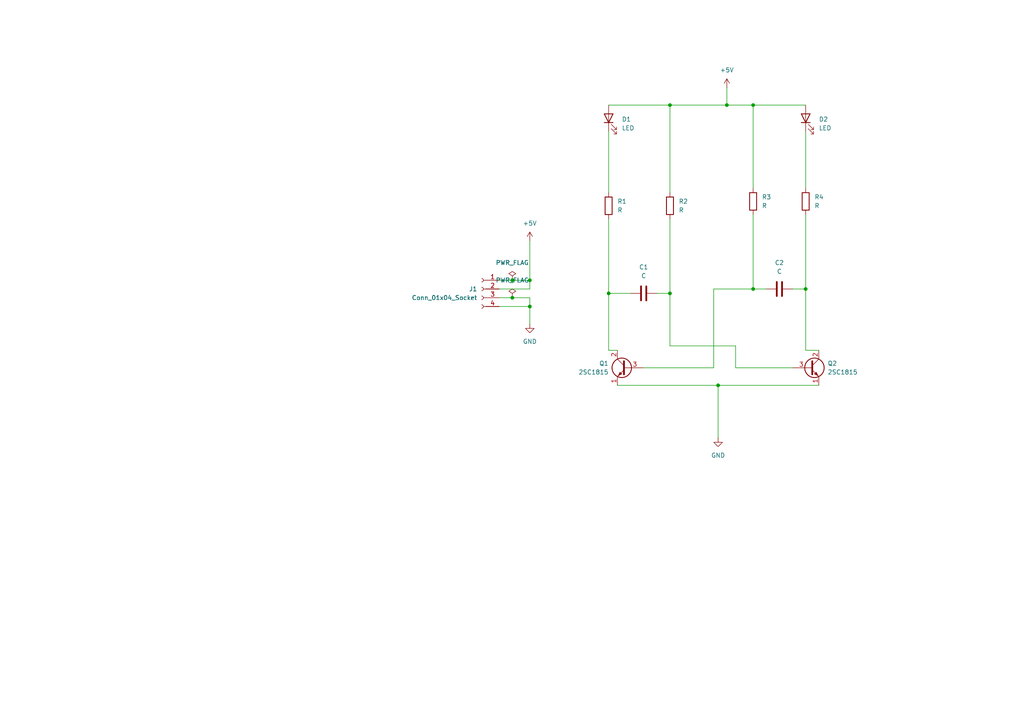
<source format=kicad_sch>
(kicad_sch (version 20231120) (generator "eeschema") (generator_version "8.0")
  (paper "A4")
  (lib_symbols
    (symbol "Connector:Conn_01x04_Socket" (pin_names (offset 1.016) hide)
      (property "Reference" "J" (at 0 5.08 0))
      (property "Value" "Conn_01x04_Socket" (at 0 -7.62 0))
      (symbol "Conn_01x04_Socket_1_1"
        (arc (start 0 -4.572) (mid -0.5058 -5.08) (end 0 -5.588) (stroke (width 0.1524)))
        (arc (start 0 -2.032) (mid -0.5058 -2.54) (end 0 -3.048) (stroke (width 0.1524)))
        (polyline (pts (xy -1.27 -5.08) (xy -0.508 -5.08)) (stroke (width 0.1524)))
        (polyline (pts (xy -1.27 -2.54) (xy -0.508 -2.54)) (stroke (width 0.1524)))
        (polyline (pts (xy -1.27 0) (xy -0.508 0)) (stroke (width 0.1524)))
        (polyline (pts (xy -1.27 2.54) (xy -0.508 2.54)) (stroke (width 0.1524)))
        (arc (start 0 0.508) (mid -0.5058 0) (end 0 -0.508) (stroke (width 0.1524)))
        (arc (start 0 3.048) (mid -0.5058 2.54) (end 0 2.032) (stroke (width 0.1524)))
        (pin passive line (at -5.08 2.54 0) (length 3.81) (name "Pin_1") (number "1"))
        (pin passive line (at -5.08 0 0) (length 3.81) (name "Pin_2") (number "2"))
        (pin passive line (at -5.08 -2.54 0) (length 3.81) (name "Pin_3") (number "3"))
        (pin passive line (at -5.08 -5.08 0) (length 3.81) (name "Pin_4") (number "4"))
      )
    )
    (symbol "Device:C" (pin_numbers hide) (pin_names (offset 0.254))
      (property "Reference" "C" (at 0.635 2.54 0))
      (property "Value" "C" (at 0.635 -2.54 0))
      (symbol "C_0_1"
        (polyline (pts (xy -2.032 -0.762) (xy 2.032 -0.762)) (stroke (width 0.508)))
        (polyline (pts (xy -2.032 0.762) (xy 2.032 0.762)) (stroke (width 0.508)))
      )
      (symbol "C_1_1"
        (pin passive line (at 0 3.81 270) (length 2.794) (name "~") (number "1"))
        (pin passive line (at 0 -3.81 90) (length 2.794) (name "~") (number "2"))
      )
    )
    (symbol "Device:LED" (pin_numbers hide) (pin_names (offset 1.016) hide)
      (property "Reference" "D" (at 0 2.54 0))
      (property "Value" "LED" (at 0 -2.54 0))
      (symbol "LED_0_1"
        (polyline (pts (xy -1.27 -1.27) (xy -1.27 1.27)) (stroke (width 0.254)))
        (polyline (pts (xy -1.27 0) (xy 1.27 0)))
        (polyline (pts (xy 1.27 -1.27) (xy 1.27 1.27) (xy -1.27 0) (xy 1.27 -1.27)) (stroke (width 0.254)))
        (polyline (pts (xy -3.048 -0.762) (xy -4.572 -2.286) (xy -3.81 -2.286) (xy -4.572 -2.286) (xy -4.572 -1.524)))
        (polyline (pts (xy -1.778 -0.762) (xy -3.302 -2.286) (xy -2.54 -2.286) (xy -3.302 -2.286) (xy -3.302 -1.524)))
      )
      (symbol "LED_1_1"
        (pin passive line (at -3.81 0 0) (length 2.54) (name "K") (number "1"))
        (pin passive line (at 3.81 0 180) (length 2.54) (name "A") (number "2"))
      )
    )
    (symbol "Device:R" (pin_numbers hide) (pin_names (offset 0))
      (property "Reference" "R" (at 2.032 0 90))
      (property "Value" "R" (at 0 0 90))
      (symbol "R_0_1"
        (rectangle (start -1.016 -2.54) (end 1.016 2.54) (stroke (width 0.254)))
      )
      (symbol "R_1_1"
        (pin passive line (at 0 3.81 270) (length 1.27) (name "~") (number "1"))
        (pin passive line (at 0 -3.81 90) (length 1.27) (name "~") (number "2"))
      )
    )
    (symbol "Transistor_BJT:2SC1815" (pin_names (offset 0) hide)
      (property "Reference" "Q" (at 5.08 1.905 0))
      (property "Value" "2SC1815" (at 5.08 0 0))
      (symbol "2SC1815_0_1"
        (polyline (pts (xy 0 0) (xy 0.508 0)))
        (polyline (pts (xy 0.635 0.635) (xy 2.54 2.54)))
        (polyline (pts (xy 0.635 -0.635) (xy 2.54 -2.54) (xy 2.54 -2.54)))
        (polyline (pts (xy 0.635 1.905) (xy 0.635 -1.905) (xy 0.635 -1.905)) (stroke (width 0.508)))
        (polyline (pts (xy 1.27 -1.778) (xy 1.778 -1.27) (xy 2.286 -2.286) (xy 1.27 -1.778) (xy 1.27 -1.778)) (fill (type outline)))
        (circle (center 1.27 0) (radius 2.8194) (stroke (width 0.254)))
      )
      (symbol "2SC1815_1_1"
        (pin passive line (at 2.54 -5.08 90) (length 2.54) (name "E") (number "1"))
        (pin passive line (at 2.54 5.08 270) (length 2.54) (name "C") (number "2"))
        (pin input line (at -5.08 0 0) (length 5.08) (name "B") (number "3"))
      )
    )
    (symbol "power:+5V" (power) (pin_numbers hide) (pin_names (offset 0) hide)
      (property "Value" "+5V" (at 0 3.556 0))
      (symbol "+5V_0_1"
        (polyline (pts (xy -0.762 1.27) (xy 0 2.54)))
        (polyline (pts (xy 0 0) (xy 0 2.54)))
        (polyline (pts (xy 0 2.54) (xy 0.762 1.27)))
      )
      (symbol "+5V_1_1"
        (pin power_in line (at 0 0 90) (length 0) (name "~") (number "1"))
      )
    )
    (symbol "power:GND" (power) (pin_numbers hide) (pin_names (offset 0) hide)
      (property "Value" "GND" (at 0 -3.81 0))
      (symbol "GND_0_1"
        (polyline (pts (xy 0 0) (xy 0 -1.27) (xy 1.27 -1.27) (xy 0 -2.54) (xy -1.27 -1.27) (xy 0 -1.27)))
      )
      (symbol "GND_1_1"
        (pin power_in line (at 0 0 270) (length 0) (name "~") (number "1"))
      )
    )
    (symbol "power:PWR_FLAG" (power) (pin_numbers hide) (pin_names (offset 0) hide)
      (property "Value" "PWR_FLAG" (at 0 3.81 0))
      (symbol "PWR_FLAG_0_0"
        (pin power_out line (at 0 0 90) (length 0) (name "~") (number "1"))
      )
      (symbol "PWR_FLAG_0_1"
        (polyline (pts (xy 0 0) (xy 0 1.27) (xy -1.016 1.905) (xy 0 2.54) (xy 1.016 1.905) (xy 0 1.27)))
      )
    )
  )
  (junction (at 218.44 30.48))
  (junction (at 208.28 111.76))
  (junction (at 148.59 86.36))
  (junction (at 194.31 30.48))
  (junction (at 148.59 81.28))
  (junction (at 210.82 30.48))
  (junction (at 233.68 83.82))
  (junction (at 218.44 83.82))
  (junction (at 153.67 88.9))
  (junction (at 194.31 85.09))
  (junction (at 176.53 85.09))
  (junction (at 153.67 81.28))
  (wire (pts (xy 176.53 30.48) (xy 194.31 30.48)))
  (wire (pts (xy 233.68 83.82) (xy 233.68 101.6)))
  (wire (pts (xy 153.67 88.9) (xy 153.67 93.98)))
  (wire (pts (xy 153.67 81.28) (xy 153.67 69.85)))
  (wire (pts (xy 190.5 85.09) (xy 194.31 85.09)))
  (wire (pts (xy 218.44 30.48) (xy 233.68 30.48)))
  (wire (pts (xy 233.68 38.1) (xy 233.68 54.61)))
  (wire (pts (xy 233.68 62.23) (xy 233.68 83.82)))
  (wire (pts (xy 176.53 85.09) (xy 182.88 85.09)))
  (wire (pts (xy 176.53 101.6) (xy 179.07 101.6)))
  (wire (pts (xy 229.87 83.82) (xy 233.68 83.82)))
  (wire (pts (xy 218.44 30.48) (xy 218.44 54.61)))
  (wire (pts (xy 218.44 83.82) (xy 222.25 83.82)))
  (wire (pts (xy 176.53 63.5) (xy 176.53 85.09)))
  (wire (pts (xy 179.07 111.76) (xy 208.28 111.76)))
  (wire (pts (xy 210.82 25.4) (xy 210.82 30.48)))
  (wire (pts (xy 194.31 100.33) (xy 213.36 100.33)))
  (wire (pts (xy 218.44 62.23) (xy 218.44 83.82)))
  (wire (pts (xy 213.36 100.33) (xy 213.36 106.68)))
  (wire (pts (xy 176.53 85.09) (xy 176.53 101.6)))
  (wire (pts (xy 144.78 81.28) (xy 148.59 81.28)))
  (wire (pts (xy 144.78 83.82) (xy 153.67 83.82)))
  (wire (pts (xy 194.31 30.48) (xy 210.82 30.48)))
  (wire (pts (xy 176.53 38.1) (xy 176.53 55.88)))
  (wire (pts (xy 186.69 106.68) (xy 207.01 106.68)))
  (wire (pts (xy 194.31 63.5) (xy 194.31 85.09)))
  (wire (pts (xy 213.36 106.68) (xy 229.87 106.68)))
  (wire (pts (xy 194.31 30.48) (xy 194.31 55.88)))
  (wire (pts (xy 144.78 86.36) (xy 148.59 86.36)))
  (wire (pts (xy 207.01 106.68) (xy 207.01 83.82)))
  (wire (pts (xy 144.78 88.9) (xy 153.67 88.9)))
  (wire (pts (xy 153.67 86.36) (xy 153.67 88.9)))
  (wire (pts (xy 207.01 83.82) (xy 218.44 83.82)))
  (wire (pts (xy 148.59 86.36) (xy 153.67 86.36)))
  (wire (pts (xy 148.59 81.28) (xy 153.67 81.28)))
  (wire (pts (xy 208.28 111.76) (xy 237.49 111.76)))
  (wire (pts (xy 210.82 30.48) (xy 218.44 30.48)))
  (wire (pts (xy 194.31 85.09) (xy 194.31 100.33)))
  (wire (pts (xy 208.28 127) (xy 208.28 111.76)))
  (wire (pts (xy 233.68 101.6) (xy 237.49 101.6)))
  (wire (pts (xy 153.67 83.82) (xy 153.67 81.28)))
  (symbol (lib_id "power:GND") (at 208.28 127 0) (unit 1)
    (property "Reference" "#PWR02" (effects (hide yes)))
    (property "Value" "GND" (at 208.28 132.08 0))
    (property "Description" "Power symbol creates a global label with name \"GND\" , ground" (effects (hide yes)))
  )
  (symbol (lib_id "power:+5V") (at 153.67 69.85 0) (unit 1)
    (property "Reference" "#PWR03" (effects (hide yes)))
    (property "Value" "+5V" (at 153.67 64.77 0))
    (property "Description" "Power symbol creates a global label with name \"+5V\"" (effects (hide yes)))
  )
  (symbol (lib_id "Transistor_BJT:2SC1815") (at 181.61 106.68 0) (mirror y) (unit 1)
    (property "Reference" "Q1" (at 176.53 105.4099 0) (effects (justify left)))
    (property "Value" "2SC1815" (at 176.53 107.9499 0) (effects (justify left)))
    (property "Footprint" "Package_TO_SOT_THT:TO-92_Inline_Wide" (effects (hide yes)))
    (property "Datasheet" "https://media.digikey.com/pdf/Data%20Sheets/Toshiba%20PDFs/2SC1815.pdf" (effects (hide yes)))
    (property "Description" "0.15A Ic, 50V Vce, Low Noise Audio NPN Transistor, TO-92" (effects (hide yes)))
  )
  (symbol (lib_id "Device:R") (at 233.68 58.42 0) (unit 1)
    (property "Reference" "R4" (at 236.22 57.1499 0) (effects (justify left)))
    (property "Value" "R" (at 236.22 59.6899 0) (effects (justify left)))
    (property "Footprint" "Resistor_THT:R_Axial_DIN0204_L3.6mm_D1.6mm_P7.62mm_Horizontal" (effects (hide yes)))
    (property "Description" "Resistor" (effects (hide yes)))
  )
  (symbol (lib_id "Device:C") (at 186.69 85.09 90) (unit 1)
    (property "Reference" "C1" (at 186.69 77.47 90))
    (property "Value" "C" (at 186.69 80.01 90))
    (property "Footprint" "Capacitor_THT:CP_Radial_D5.0mm_P2.00mm" (effects (hide yes)))
    (property "Description" "Unpolarized capacitor" (effects (hide yes)))
  )
  (symbol (lib_id "Connector:Conn_01x04_Socket") (at 139.7 83.82 0) (mirror y) (unit 1)
    (property "Reference" "J1" (at 138.43 83.8199 0) (effects (justify left)))
    (property "Value" "Conn_01x04_Socket" (at 138.43 86.3599 0) (effects (justify left)))
    (property "Footprint" "Connector_PinSocket_2.54mm:PinSocket_1x04_P2.54mm_Vertical" (effects (hide yes)))
    (property "Description" "Generic connector, single row, 01x04, script generated" (effects (hide yes)))
  )
  (symbol (lib_id "power:GND") (at 153.67 93.98 0) (unit 1)
    (property "Reference" "#PWR04" (effects (hide yes)))
    (property "Value" "GND" (at 153.67 99.06 0))
    (property "Description" "Power symbol creates a global label with name \"GND\" , ground" (effects (hide yes)))
  )
  (symbol (lib_id "Device:R") (at 218.44 58.42 0) (unit 1)
    (property "Reference" "R3" (at 220.98 57.1499 0) (effects (justify left)))
    (property "Value" "R" (at 220.98 59.6899 0) (effects (justify left)))
    (property "Footprint" "Resistor_THT:R_Axial_DIN0204_L3.6mm_D1.6mm_P7.62mm_Horizontal" (effects (hide yes)))
    (property "Description" "Resistor" (effects (hide yes)))
  )
  (symbol (lib_id "Device:R") (at 194.31 59.69 0) (unit 1)
    (property "Reference" "R2" (at 196.85 58.4199 0) (effects (justify left)))
    (property "Value" "R" (at 196.85 60.9599 0) (effects (justify left)))
    (property "Footprint" "Resistor_THT:R_Axial_DIN0204_L3.6mm_D1.6mm_P7.62mm_Horizontal" (effects (hide yes)))
    (property "Description" "Resistor" (effects (hide yes)))
  )
  (symbol (lib_id "power:+5V") (at 210.82 25.4 0) (unit 1)
    (property "Reference" "#PWR01" (effects (hide yes)))
    (property "Value" "+5V" (at 210.82 20.32 0))
    (property "Description" "Power symbol creates a global label with name \"+5V\"" (effects (hide yes)))
  )
  (symbol (lib_id "Device:LED") (at 233.68 34.29 90) (unit 1)
    (property "Reference" "D2" (at 237.49 34.6074 90) (effects (justify right)))
    (property "Value" "LED" (at 237.49 37.1474 90) (effects (justify right)))
    (property "Footprint" "LED_THT:LED_D5.0mm" (effects (hide yes)))
    (property "Description" "Light emitting diode" (effects (hide yes)))
  )
  (symbol (lib_id "Device:LED") (at 176.53 34.29 90) (unit 1)
    (property "Reference" "D1" (at 180.34 34.6074 90) (effects (justify right)))
    (property "Value" "LED" (at 180.34 37.1474 90) (effects (justify right)))
    (property "Footprint" "LED_THT:LED_D5.0mm" (effects (hide yes)))
    (property "Description" "Light emitting diode" (effects (hide yes)))
  )
  (symbol (lib_id "Device:C") (at 226.06 83.82 270) (unit 1)
    (property "Reference" "C2" (at 226.06 76.2 90))
    (property "Value" "C" (at 226.06 78.74 90))
    (property "Footprint" "Capacitor_THT:CP_Radial_D5.0mm_P2.00mm" (effects (hide yes)))
    (property "Description" "Unpolarized capacitor" (effects (hide yes)))
  )
  (symbol (lib_id "Device:R") (at 176.53 59.69 0) (unit 1)
    (property "Reference" "R1" (at 179.07 58.4199 0) (effects (justify left)))
    (property "Value" "R" (at 179.07 60.9599 0) (effects (justify left)))
    (property "Footprint" "Resistor_THT:R_Axial_DIN0204_L3.6mm_D1.6mm_P7.62mm_Horizontal" (effects (hide yes)))
    (property "Description" "Resistor" (effects (hide yes)))
  )
  (symbol (lib_id "Transistor_BJT:2SC1815") (at 234.95 106.68 0) (unit 1)
    (property "Reference" "Q2" (at 240.03 105.4099 0) (effects (justify left)))
    (property "Value" "2SC1815" (at 240.03 107.9499 0) (effects (justify left)))
    (property "Footprint" "Package_TO_SOT_THT:TO-92_Inline_Wide" (effects (hide yes)))
    (property "Datasheet" "https://media.digikey.com/pdf/Data%20Sheets/Toshiba%20PDFs/2SC1815.pdf" (effects (hide yes)))
    (property "Description" "0.15A Ic, 50V Vce, Low Noise Audio NPN Transistor, TO-92" (effects (hide yes)))
  )
  (symbol (lib_id "power:PWR_FLAG") (at 148.59 81.28 0) (unit 1)
    (property "Reference" "#FLG01" (effects (hide yes)))
    (property "Value" "PWR_FLAG" (at 148.59 76.2 0))
    (property "Description" "Special symbol for telling ERC where power comes from" (effects (hide yes)))
  )
  (symbol (lib_id "power:PWR_FLAG") (at 148.59 86.36 0) (unit 1)
    (property "Reference" "#FLG02" (effects (hide yes)))
    (property "Value" "PWR_FLAG" (at 148.59 81.28 0))
    (property "Description" "Special symbol for telling ERC where power comes from" (effects (hide yes)))
  )
)
</source>
